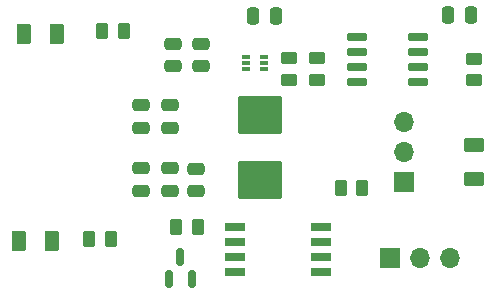
<source format=gts>
G04 #@! TF.GenerationSoftware,KiCad,Pcbnew,8.0.7*
G04 #@! TF.CreationDate,2025-02-23T01:29:40-05:00*
G04 #@! TF.ProjectId,switched_reg,73776974-6368-4656-945f-7265672e6b69,rev?*
G04 #@! TF.SameCoordinates,Original*
G04 #@! TF.FileFunction,Soldermask,Top*
G04 #@! TF.FilePolarity,Negative*
%FSLAX46Y46*%
G04 Gerber Fmt 4.6, Leading zero omitted, Abs format (unit mm)*
G04 Created by KiCad (PCBNEW 8.0.7) date 2025-02-23 01:29:40*
%MOMM*%
%LPD*%
G01*
G04 APERTURE LIST*
G04 Aperture macros list*
%AMRoundRect*
0 Rectangle with rounded corners*
0 $1 Rounding radius*
0 $2 $3 $4 $5 $6 $7 $8 $9 X,Y pos of 4 corners*
0 Add a 4 corners polygon primitive as box body*
4,1,4,$2,$3,$4,$5,$6,$7,$8,$9,$2,$3,0*
0 Add four circle primitives for the rounded corners*
1,1,$1+$1,$2,$3*
1,1,$1+$1,$4,$5*
1,1,$1+$1,$6,$7*
1,1,$1+$1,$8,$9*
0 Add four rect primitives between the rounded corners*
20,1,$1+$1,$2,$3,$4,$5,0*
20,1,$1+$1,$4,$5,$6,$7,0*
20,1,$1+$1,$6,$7,$8,$9,0*
20,1,$1+$1,$8,$9,$2,$3,0*%
G04 Aperture macros list end*
%ADD10RoundRect,0.250000X0.450000X-0.262500X0.450000X0.262500X-0.450000X0.262500X-0.450000X-0.262500X0*%
%ADD11RoundRect,0.150000X-0.725000X-0.150000X0.725000X-0.150000X0.725000X0.150000X-0.725000X0.150000X0*%
%ADD12RoundRect,0.250000X-0.475000X0.250000X-0.475000X-0.250000X0.475000X-0.250000X0.475000X0.250000X0*%
%ADD13RoundRect,0.250000X0.262500X0.450000X-0.262500X0.450000X-0.262500X-0.450000X0.262500X-0.450000X0*%
%ADD14RoundRect,0.250000X-0.450000X0.262500X-0.450000X-0.262500X0.450000X-0.262500X0.450000X0.262500X0*%
%ADD15RoundRect,0.250000X-0.262500X-0.450000X0.262500X-0.450000X0.262500X0.450000X-0.262500X0.450000X0*%
%ADD16RoundRect,0.150000X0.150000X-0.587500X0.150000X0.587500X-0.150000X0.587500X-0.150000X-0.587500X0*%
%ADD17R,1.700000X1.700000*%
%ADD18O,1.700000X1.700000*%
%ADD19RoundRect,0.250000X-0.250000X-0.475000X0.250000X-0.475000X0.250000X0.475000X-0.250000X0.475000X0*%
%ADD20RoundRect,0.250000X-0.375000X-0.625000X0.375000X-0.625000X0.375000X0.625000X-0.375000X0.625000X0*%
%ADD21RoundRect,0.250000X0.625000X-0.375000X0.625000X0.375000X-0.625000X0.375000X-0.625000X-0.375000X0*%
%ADD22R,1.700000X0.650000*%
%ADD23RoundRect,0.085000X-0.265000X-0.085000X0.265000X-0.085000X0.265000X0.085000X-0.265000X0.085000X0*%
%ADD24RoundRect,0.102000X-1.750000X1.475000X-1.750000X-1.475000X1.750000X-1.475000X1.750000X1.475000X0*%
G04 APERTURE END LIST*
D10*
G04 #@! TO.C,R7*
X208229200Y-79855700D03*
X208229200Y-78030700D03*
G04 #@! TD*
D11*
G04 #@! TO.C,U3*
X198329400Y-76200000D03*
X198329400Y-77470000D03*
X198329400Y-78740000D03*
X198329400Y-80010000D03*
X203479400Y-80010000D03*
X203479400Y-78740000D03*
X203479400Y-77470000D03*
X203479400Y-76200000D03*
G04 #@! TD*
D12*
G04 #@! TO.C,C8*
X182753000Y-76774000D03*
X182753000Y-78674000D03*
G04 #@! TD*
D13*
G04 #@! TO.C,R4*
X184859300Y-92303600D03*
X183034300Y-92303600D03*
G04 #@! TD*
D12*
G04 #@! TO.C,C2*
X180060600Y-81955600D03*
X180060600Y-83855600D03*
G04 #@! TD*
D14*
G04 #@! TO.C,R3*
X194945000Y-77979900D03*
X194945000Y-79804900D03*
G04 #@! TD*
D12*
G04 #@! TO.C,C1*
X182549800Y-81955600D03*
X182549800Y-83855600D03*
G04 #@! TD*
D15*
G04 #@! TO.C,R5*
X175693700Y-93294200D03*
X177518700Y-93294200D03*
G04 #@! TD*
D12*
G04 #@! TO.C,C6*
X182473600Y-87315000D03*
X182473600Y-89215000D03*
G04 #@! TD*
G04 #@! TO.C,C7*
X184708800Y-87340400D03*
X184708800Y-89240400D03*
G04 #@! TD*
D16*
G04 #@! TO.C,Q1*
X182438000Y-96693200D03*
X184338000Y-96693200D03*
X183388000Y-94818200D03*
G04 #@! TD*
D14*
G04 #@! TO.C,R1*
X192608200Y-77981800D03*
X192608200Y-79806800D03*
G04 #@! TD*
D17*
G04 #@! TO.C,J2*
X201157600Y-94869000D03*
D18*
X203697600Y-94869000D03*
X206237600Y-94869000D03*
G04 #@! TD*
D19*
G04 #@! TO.C,C9*
X206085400Y-74320400D03*
X207985400Y-74320400D03*
G04 #@! TD*
D20*
G04 #@! TO.C,D2*
X170148600Y-75895200D03*
X172948600Y-75895200D03*
G04 #@! TD*
G04 #@! TO.C,D1*
X169745200Y-93472000D03*
X172545200Y-93472000D03*
G04 #@! TD*
D19*
G04 #@! TO.C,C4*
X189550000Y-74422000D03*
X191450000Y-74422000D03*
G04 #@! TD*
D12*
G04 #@! TO.C,C5*
X180060600Y-87289600D03*
X180060600Y-89189600D03*
G04 #@! TD*
D21*
G04 #@! TO.C,D3*
X208280000Y-88166400D03*
X208280000Y-85366400D03*
G04 #@! TD*
D22*
G04 #@! TO.C,U2*
X187993000Y-92252800D03*
X187993000Y-93522800D03*
X187993000Y-94792800D03*
X187993000Y-96062800D03*
X195293000Y-96062800D03*
X195293000Y-94792800D03*
X195293000Y-93522800D03*
X195293000Y-92252800D03*
G04 #@! TD*
D17*
G04 #@! TO.C,J1*
X202285600Y-88468200D03*
D18*
X202285600Y-85928200D03*
X202285600Y-83388200D03*
G04 #@! TD*
D15*
G04 #@! TO.C,R2*
X196953500Y-88950800D03*
X198778500Y-88950800D03*
G04 #@! TD*
D13*
G04 #@! TO.C,R6*
X178585500Y-75666600D03*
X176760500Y-75666600D03*
G04 #@! TD*
D23*
G04 #@! TO.C,U1*
X188976000Y-77859000D03*
X188976000Y-78359000D03*
X188976000Y-78859000D03*
X190476000Y-78859000D03*
X190476000Y-78359000D03*
X190476000Y-77859000D03*
G04 #@! TD*
D12*
G04 #@! TO.C,C3*
X185115200Y-76748600D03*
X185115200Y-78648600D03*
G04 #@! TD*
D24*
G04 #@! TO.C,L1*
X190093600Y-82829400D03*
X190093600Y-88279400D03*
G04 #@! TD*
M02*

</source>
